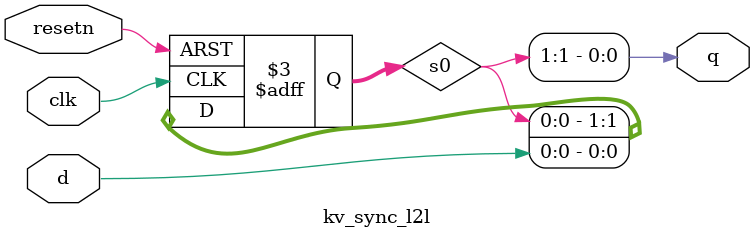
<source format=v>

module kv_sync_l2l (
    resetn,
    clk,
    d,
    q
);
parameter SYNC_STAGE = 2;
parameter RESET_VALUE = 1'b0;
input resetn;
input clk;
input d;
output q;


reg [SYNC_STAGE - 1:0] s0;
assign q = s0[SYNC_STAGE - 1];
always @(posedge clk or negedge resetn) begin
    if (!resetn) begin
        s0 <= {SYNC_STAGE{RESET_VALUE}};
    end
    else begin
        s0 <= {s0[SYNC_STAGE - 2:0],d};
    end
end

endmodule


</source>
